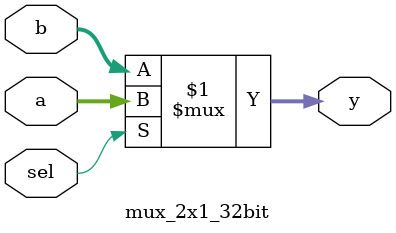
<source format=v>
`timescale 1ns / 1ps


module mux_2x1_32bit(
    input wire [31:0] a, 
    input wire [31:0] b,
    input wire sel,
    output wire [31:0] y
    );
    
    assign y = sel ? a : b;
    
endmodule

</source>
